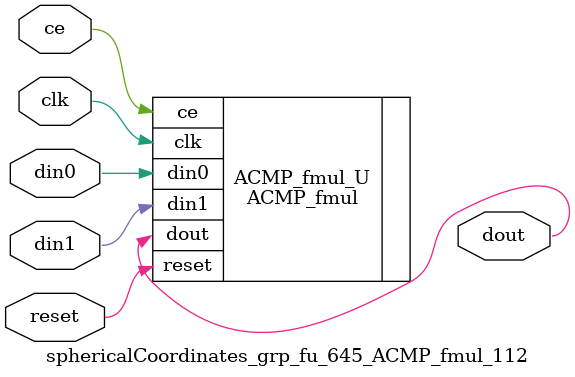
<source format=v>

`timescale 1 ns / 1 ps
module sphericalCoordinates_grp_fu_645_ACMP_fmul_112(
    clk,
    reset,
    ce,
    din0,
    din1,
    dout);

parameter ID = 32'd1;
parameter NUM_STAGE = 32'd1;
parameter din0_WIDTH = 32'd1;
parameter din1_WIDTH = 32'd1;
parameter dout_WIDTH = 32'd1;
input clk;
input reset;
input ce;
input[din0_WIDTH - 1:0] din0;
input[din1_WIDTH - 1:0] din1;
output[dout_WIDTH - 1:0] dout;



ACMP_fmul #(
.ID( ID ),
.NUM_STAGE( 4 ),
.din0_WIDTH( din0_WIDTH ),
.din1_WIDTH( din1_WIDTH ),
.dout_WIDTH( dout_WIDTH ))
ACMP_fmul_U(
    .clk( clk ),
    .reset( reset ),
    .ce( ce ),
    .din0( din0 ),
    .din1( din1 ),
    .dout( dout ));

endmodule

</source>
